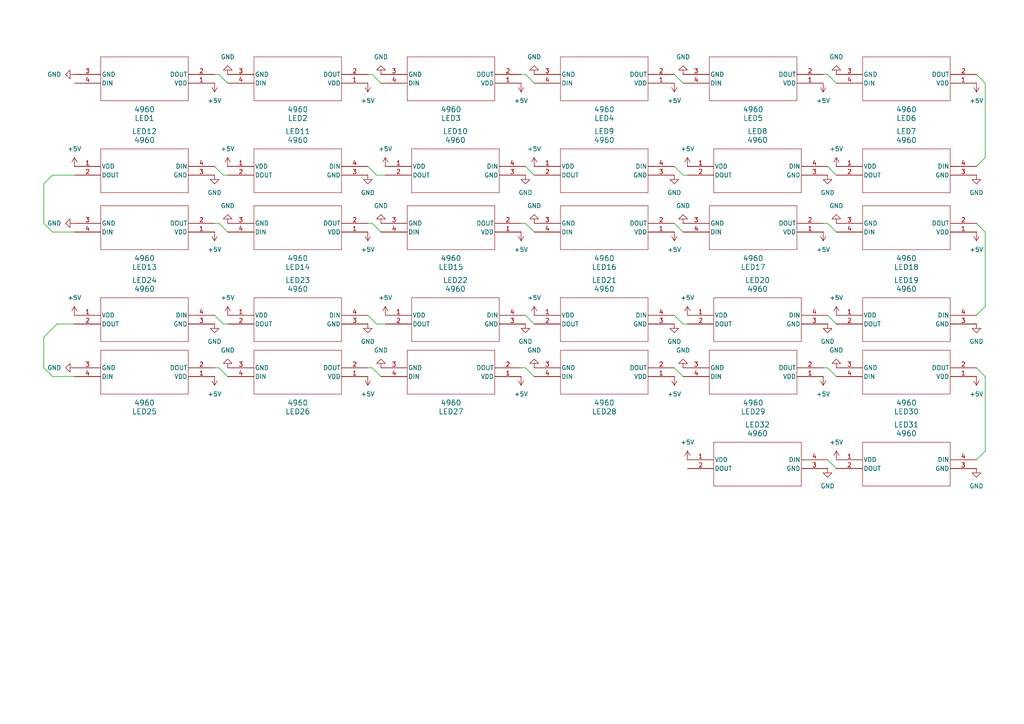
<source format=kicad_sch>
(kicad_sch (version 20250114) (generator "eeschema") (generator_version "9.0")
  (paper "A4")
  (lib_symbols
    (symbol "leds:4960" (pin_names (offset 0.254))
      (property "Reference" "LED" (at 20.32 10.16 0))
      (property "Value" "4960" (at 20.32 7.62 0))
      (symbol "4960_0_1"
        (polyline (pts (xy 7.62 5.08) (xy 7.62 -7.62)) (stroke (width 0.127)))
        (polyline (pts (xy 7.62 -7.62) (xy 33.02 -7.62)) (stroke (width 0.127)))
        (polyline (pts (xy 33.02 5.08) (xy 7.62 5.08)) (stroke (width 0.127)))
        (polyline (pts (xy 33.02 -7.62) (xy 33.02 5.08)) (stroke (width 0.127)))
        (pin power_in line (at 0 0 0) (length 7.62) (name "VDD") (number "1"))
        (pin output line (at 0 -2.54 0) (length 7.62) (name "DOUT") (number "2"))
        (pin input line (at 40.64 0 180) (length 7.62) (name "DIN") (number "4"))
        (pin power_out line (at 40.64 -2.54 180) (length 7.62) (name "GND") (number "3"))
      )
    )
    (symbol "power:+5V" (power) (pin_numbers (hide yes)) (pin_names (offset 0) (hide yes))
      (property "Value" "+5V" (at 0 3.556 0))
      (symbol "+5V_0_1"
        (polyline (pts (xy -0.762 1.27) (xy 0 2.54)))
        (polyline (pts (xy 0 2.54) (xy 0.762 1.27)))
        (polyline (pts (xy 0 0) (xy 0 2.54)))
      )
      (symbol "+5V_1_1"
        (pin power_in line (at 0 0 90) (length 0) (name "~") (number "1"))
      )
    )
    (symbol "power:GND" (power) (pin_numbers (hide yes)) (pin_names (offset 0) (hide yes))
      (property "Value" "GND" (at 0 -3.81 0))
      (symbol "GND_0_1"
        (polyline (pts (xy 0 0) (xy 0 -1.27) (xy 1.27 -1.27) (xy 0 -2.54) (xy -1.27 -1.27) (xy 0 -1.27)))
      )
      (symbol "GND_1_1"
        (pin power_in line (at 0 0 270) (length 0) (name "~") (number "1"))
      )
    )
  )
  (wire (pts (xy 15.24 50.8) (xy 12.7 53.34)))
  (wire (pts (xy 66.04 50.8) (xy 64.77 50.8)))
  (wire (pts (xy 195.58 64.77) (xy 198.12 67.31)))
  (wire (pts (xy 12.7 53.34) (xy 12.7 64.77)))
  (wire (pts (xy 63.5 64.77) (xy 66.04 67.31)))
  (wire (pts (xy 285.75 130.81) (xy 283.21 133.35)))
  (wire (pts (xy 12.7 106.68) (xy 15.24 109.22)))
  (wire (pts (xy 240.03 64.77) (xy 242.57 67.31)))
  (wire (pts (xy 285.75 109.22) (xy 285.75 130.81)))
  (wire (pts (xy 151.13 21.59) (xy 152.4 21.59)))
  (wire (pts (xy 238.76 64.77) (xy 240.03 64.77)))
  (wire (pts (xy 285.75 88.9) (xy 283.21 91.44)))
  (wire (pts (xy 152.4 64.77) (xy 154.94 67.31)))
  (wire (pts (xy 106.68 48.26) (xy 109.22 50.8)))
  (wire (pts (xy 242.57 50.8) (xy 240.03 48.26)))
  (wire (pts (xy 151.13 106.68) (xy 152.4 106.68)))
  (wire (pts (xy 64.77 50.8) (xy 62.23 48.26)))
  (wire (pts (xy 152.4 21.59) (xy 154.94 24.13)))
  (wire (pts (xy 66.04 93.98) (xy 64.77 93.98)))
  (wire (pts (xy 240.03 21.59) (xy 242.57 24.13)))
  (wire (pts (xy 285.75 24.13) (xy 285.75 45.72)))
  (wire (pts (xy 107.95 64.77) (xy 110.49 67.31)))
  (wire (pts (xy 62.23 106.68) (xy 63.5 106.68)))
  (wire (pts (xy 62.23 64.77) (xy 63.5 64.77)))
  (wire (pts (xy 106.68 91.44) (xy 109.22 93.98)))
  (wire (pts (xy 62.23 21.59) (xy 63.5 21.59)))
  (wire (pts (xy 242.57 135.89) (xy 240.03 133.35)))
  (wire (pts (xy 151.13 64.77) (xy 152.4 64.77)))
  (wire (pts (xy 154.94 93.98) (xy 152.4 91.44)))
  (wire (pts (xy 106.68 21.59) (xy 107.95 21.59)))
  (wire (pts (xy 21.59 93.98) (xy 16.51 93.98)))
  (wire (pts (xy 238.76 106.68) (xy 240.03 106.68)))
  (wire (pts (xy 21.59 50.8) (xy 15.24 50.8)))
  (wire (pts (xy 15.24 109.22) (xy 21.59 109.22)))
  (wire (pts (xy 152.4 106.68) (xy 154.94 109.22)))
  (wire (pts (xy 12.7 97.79) (xy 12.7 106.68)))
  (wire (pts (xy 63.5 21.59) (xy 66.04 24.13)))
  (wire (pts (xy 238.76 21.59) (xy 240.03 21.59)))
  (wire (pts (xy 198.12 93.98) (xy 195.58 91.44)))
  (wire (pts (xy 63.5 106.68) (xy 66.04 109.22)))
  (wire (pts (xy 283.21 21.59) (xy 285.75 24.13)))
  (wire (pts (xy 106.68 64.77) (xy 107.95 64.77)))
  (wire (pts (xy 195.58 106.68) (xy 198.12 109.22)))
  (wire (pts (xy 107.95 106.68) (xy 110.49 109.22)))
  (wire (pts (xy 240.03 106.68) (xy 242.57 109.22)))
  (wire (pts (xy 16.51 93.98) (xy 12.7 97.79)))
  (wire (pts (xy 15.24 67.31) (xy 21.59 67.31)))
  (wire (pts (xy 111.76 50.8) (xy 109.22 50.8)))
  (wire (pts (xy 285.75 67.31) (xy 285.75 88.9)))
  (wire (pts (xy 283.21 64.77) (xy 285.75 67.31)))
  (wire (pts (xy 199.39 50.8) (xy 198.12 50.8)))
  (wire (pts (xy 107.95 21.59) (xy 110.49 24.13)))
  (wire (pts (xy 199.39 93.98) (xy 198.12 93.98)))
  (wire (pts (xy 242.57 93.98) (xy 240.03 91.44)))
  (wire (pts (xy 283.21 106.68) (xy 285.75 109.22)))
  (wire (pts (xy 195.58 21.59) (xy 198.12 24.13)))
  (wire (pts (xy 154.94 50.8) (xy 152.4 48.26)))
  (wire (pts (xy 106.68 106.68) (xy 107.95 106.68)))
  (wire (pts (xy 64.77 93.98) (xy 62.23 91.44)))
  (wire (pts (xy 285.75 45.72) (xy 283.21 48.26)))
  (wire (pts (xy 12.7 64.77) (xy 15.24 67.31)))
  (wire (pts (xy 111.76 93.98) (xy 109.22 93.98)))
  (wire (pts (xy 198.12 50.8) (xy 195.58 48.26)))
  (symbol (lib_id "power:GND") (at 154.94 106.68 180) (unit 1)
    (property "Reference" "#PWR094" (effects (hide yes)))
    (property "Value" "GND" (at 154.94 101.6 0))
    (property "Description" "Power symbol creates a global label with name \"GND\" , ground" (effects (hide yes)))
  )
  (symbol (lib_id "leds:4960") (at 21.59 91.44 0) (unit 1)
    (property "Reference" "LED24" (at 41.91 81.28 0) (effects (font (size 1.524 1.524))))
    (property "Value" "4960" (at 41.91 83.82 0) (effects (font (size 1.524 1.524))))
    (property "Footprint" "Custom Lib:4960_ADA" (effects (hide yes)))
    (property "Datasheet" "4960" (effects (hide yes)))
  )
  (symbol (lib_id "power:+5V") (at 238.76 24.13 180) (unit 1)
    (property "Reference" "#PWR053" (effects (hide yes)))
    (property "Value" "+5V" (at 238.76 29.21 0))
    (property "Description" "Power symbol creates a global label with name \"+5V\"" (effects (hide yes)))
  )
  (symbol (lib_id "power:GND") (at 21.59 21.59 270) (unit 1)
    (property "Reference" "#PWR043" (effects (hide yes)))
    (property "Value" "GND" (at 17.78 21.5901 90) (effects (justify right)))
    (property "Description" "Power symbol creates a global label with name \"GND\" , ground" (effects (hide yes)))
  )
  (symbol (lib_id "leds:4960") (at 106.68 67.31 180) (unit 1)
    (property "Reference" "LED14" (at 86.36 77.47 0) (effects (font (size 1.524 1.524))))
    (property "Value" "4960" (at 86.36 74.93 0) (effects (font (size 1.524 1.524))))
    (property "Footprint" "Custom Lib:4960_ADA" (effects (hide yes)))
    (property "Datasheet" "4960" (effects (hide yes)))
  )
  (symbol (lib_id "power:+5V") (at 151.13 24.13 180) (unit 1)
    (property "Reference" "#PWR051" (effects (hide yes)))
    (property "Value" "+5V" (at 151.13 29.21 0))
    (property "Description" "Power symbol creates a global label with name \"+5V\"" (effects (hide yes)))
  )
  (symbol (lib_id "power:GND") (at 62.23 93.98 0) (unit 1)
    (property "Reference" "#PWR085" (effects (hide yes)))
    (property "Value" "GND" (at 62.23 99.06 0))
    (property "Description" "Power symbol creates a global label with name \"GND\" , ground" (effects (hide yes)))
  )
  (symbol (lib_id "power:+5V") (at 106.68 67.31 180) (unit 1)
    (property "Reference" "#PWR074" (effects (hide yes)))
    (property "Value" "+5V" (at 106.68 72.39 0))
    (property "Description" "Power symbol creates a global label with name \"+5V\"" (effects (hide yes)))
  )
  (symbol (lib_id "leds:4960") (at 238.76 109.22 180) (unit 1)
    (property "Reference" "LED29" (at 218.44 119.38 0) (effects (font (size 1.524 1.524))))
    (property "Value" "4960" (at 218.44 116.84 0) (effects (font (size 1.524 1.524))))
    (property "Footprint" "Custom Lib:4960_ADA" (effects (hide yes)))
    (property "Datasheet" "4960" (effects (hide yes)))
  )
  (symbol (lib_id "leds:4960") (at 154.94 91.44 0) (unit 1)
    (property "Reference" "LED21" (at 175.26 81.28 0) (effects (font (size 1.524 1.524))))
    (property "Value" "4960" (at 175.26 83.82 0) (effects (font (size 1.524 1.524))))
    (property "Footprint" "Custom Lib:4960_ADA" (effects (hide yes)))
    (property "Datasheet" "4960" (effects (hide yes)))
  )
  (symbol (lib_id "leds:4960") (at 62.23 109.22 180) (unit 1)
    (property "Reference" "LED25" (at 41.91 119.38 0) (effects (font (size 1.524 1.524))))
    (property "Value" "4960" (at 41.91 116.84 0) (effects (font (size 1.524 1.524))))
    (property "Footprint" "Custom Lib:4960_ADA" (effects (hide yes)))
    (property "Datasheet" "4960" (effects (hide yes)))
  )
  (symbol (lib_id "leds:4960") (at 154.94 48.26 0) (unit 1)
    (property "Reference" "LED9" (at 175.26 38.1 0) (effects (font (size 1.524 1.524))))
    (property "Value" "4960" (at 175.26 40.64 0) (effects (font (size 1.524 1.524))))
    (property "Footprint" "Custom Lib:4960_ADA" (effects (hide yes)))
    (property "Datasheet" "4960" (effects (hide yes)))
  )
  (symbol (lib_id "power:GND") (at 240.03 50.8 0) (unit 1)
    (property "Reference" "#PWR065" (effects (hide yes)))
    (property "Value" "GND" (at 240.03 55.88 0))
    (property "Description" "Power symbol creates a global label with name \"GND\" , ground" (effects (hide yes)))
  )
  (symbol (lib_id "power:GND") (at 198.12 64.77 180) (unit 1)
    (property "Reference" "#PWR071" (effects (hide yes)))
    (property "Value" "GND" (at 198.12 59.69 0))
    (property "Description" "Power symbol creates a global label with name \"GND\" , ground" (effects (hide yes)))
  )
  (symbol (lib_id "leds:4960") (at 195.58 109.22 180) (unit 1)
    (property "Reference" "LED28" (at 175.26 119.38 0) (effects (font (size 1.524 1.524))))
    (property "Value" "4960" (at 175.26 116.84 0) (effects (font (size 1.524 1.524))))
    (property "Footprint" "Custom Lib:4960_ADA" (effects (hide yes)))
    (property "Datasheet" "4960" (effects (hide yes)))
  )
  (symbol (lib_id "power:+5V") (at 151.13 67.31 180) (unit 1)
    (property "Reference" "#PWR075" (effects (hide yes)))
    (property "Value" "+5V" (at 151.13 72.39 0))
    (property "Description" "Power symbol creates a global label with name \"+5V\"" (effects (hide yes)))
  )
  (symbol (lib_id "power:GND") (at 283.21 93.98 0) (unit 1)
    (property "Reference" "#PWR090" (effects (hide yes)))
    (property "Value" "GND" (at 283.21 99.06 0))
    (property "Description" "Power symbol creates a global label with name \"GND\" , ground" (effects (hide yes)))
  )
  (symbol (lib_id "leds:4960") (at 199.39 133.35 0) (unit 1)
    (property "Reference" "LED32" (at 219.71 123.19 0) (effects (font (size 1.524 1.524))))
    (property "Value" "4960" (at 219.71 125.73 0) (effects (font (size 1.524 1.524))))
    (property "Footprint" "Custom Lib:4960_ADA" (effects (hide yes)))
    (property "Datasheet" "4960" (effects (hide yes)))
  )
  (symbol (lib_id "power:GND") (at 240.03 135.89 0) (unit 1)
    (property "Reference" "#PWR0105" (effects (hide yes)))
    (property "Value" "GND" (at 240.03 140.97 0))
    (property "Description" "Power symbol creates a global label with name \"GND\" , ground" (effects (hide yes)))
  )
  (symbol (lib_id "leds:4960") (at 66.04 48.26 0) (unit 1)
    (property "Reference" "LED11" (at 86.36 38.1 0) (effects (font (size 1.524 1.524))))
    (property "Value" "4960" (at 86.36 40.64 0) (effects (font (size 1.524 1.524))))
    (property "Footprint" "Custom Lib:4960_ADA" (effects (hide yes)))
    (property "Datasheet" "4960" (effects (hide yes)))
  )
  (symbol (lib_id "power:GND") (at 198.12 106.68 180) (unit 1)
    (property "Reference" "#PWR095" (effects (hide yes)))
    (property "Value" "GND" (at 198.12 101.6 0))
    (property "Description" "Power symbol creates a global label with name \"GND\" , ground" (effects (hide yes)))
  )
  (symbol (lib_id "power:+5V") (at 21.59 48.26 0) (unit 1)
    (property "Reference" "#PWR055" (effects (hide yes)))
    (property "Value" "+5V" (at 21.59 43.18 0))
    (property "Description" "Power symbol creates a global label with name \"+5V\"" (effects (hide yes)))
  )
  (symbol (lib_id "power:+5V") (at 66.04 48.26 0) (unit 1)
    (property "Reference" "#PWR056" (effects (hide yes)))
    (property "Value" "+5V" (at 66.04 43.18 0))
    (property "Description" "Power symbol creates a global label with name \"+5V\"" (effects (hide yes)))
  )
  (symbol (lib_id "power:GND") (at 62.23 50.8 0) (unit 1)
    (property "Reference" "#PWR061" (effects (hide yes)))
    (property "Value" "GND" (at 62.23 55.88 0))
    (property "Description" "Power symbol creates a global label with name \"GND\" , ground" (effects (hide yes)))
  )
  (symbol (lib_id "power:+5V") (at 242.57 133.35 0) (unit 1)
    (property "Reference" "#PWR0104" (effects (hide yes)))
    (property "Value" "+5V" (at 242.57 128.27 0))
    (property "Description" "Power symbol creates a global label with name \"+5V\"" (effects (hide yes)))
  )
  (symbol (lib_id "power:GND") (at 152.4 50.8 0) (unit 1)
    (property "Reference" "#PWR063" (effects (hide yes)))
    (property "Value" "GND" (at 152.4 55.88 0))
    (property "Description" "Power symbol creates a global label with name \"GND\" , ground" (effects (hide yes)))
  )
  (symbol (lib_id "power:+5V") (at 283.21 24.13 180) (unit 1)
    (property "Reference" "#PWR054" (effects (hide yes)))
    (property "Value" "+5V" (at 283.21 29.21 0))
    (property "Description" "Power symbol creates a global label with name \"+5V\"" (effects (hide yes)))
  )
  (symbol (lib_id "leds:4960") (at 242.57 48.26 0) (unit 1)
    (property "Reference" "LED7" (at 262.89 38.1 0) (effects (font (size 1.524 1.524))))
    (property "Value" "4960" (at 262.89 40.64 0) (effects (font (size 1.524 1.524))))
    (property "Footprint" "Custom Lib:4960_ADA" (effects (hide yes)))
    (property "Datasheet" "4960" (effects (hide yes)))
  )
  (symbol (lib_id "power:+5V") (at 199.39 48.26 0) (unit 1)
    (property "Reference" "#PWR059" (effects (hide yes)))
    (property "Value" "+5V" (at 199.39 43.18 0))
    (property "Description" "Power symbol creates a global label with name \"+5V\"" (effects (hide yes)))
  )
  (symbol (lib_id "power:GND") (at 21.59 64.77 270) (unit 1)
    (property "Reference" "#PWR067" (effects (hide yes)))
    (property "Value" "GND" (at 17.78 64.7701 90) (effects (justify right)))
    (property "Description" "Power symbol creates a global label with name \"GND\" , ground" (effects (hide yes)))
  )
  (symbol (lib_id "power:+5V") (at 199.39 133.35 0) (unit 1)
    (property "Reference" "#PWR0103" (effects (hide yes)))
    (property "Value" "+5V" (at 199.39 128.27 0))
    (property "Description" "Power symbol creates a global label with name \"+5V\"" (effects (hide yes)))
  )
  (symbol (lib_id "power:GND") (at 66.04 21.59 180) (unit 1)
    (property "Reference" "#PWR044" (effects (hide yes)))
    (property "Value" "GND" (at 66.04 16.51 0))
    (property "Description" "Power symbol creates a global label with name \"GND\" , ground" (effects (hide yes)))
  )
  (symbol (lib_id "leds:4960") (at 62.23 24.13 180) (unit 1)
    (property "Reference" "LED1" (at 41.91 34.29 0) (effects (font (size 1.524 1.524))))
    (property "Value" "4960" (at 41.91 31.75 0) (effects (font (size 1.524 1.524))))
    (property "Footprint" "Custom Lib:4960_ADA" (effects (hide yes)))
    (property "Datasheet" "4960" (effects (hide yes)))
  )
  (symbol (lib_id "leds:4960") (at 242.57 91.44 0) (unit 1)
    (property "Reference" "LED19" (at 262.89 81.28 0) (effects (font (size 1.524 1.524))))
    (property "Value" "4960" (at 262.89 83.82 0) (effects (font (size 1.524 1.524))))
    (property "Footprint" "Custom Lib:4960_ADA" (effects (hide yes)))
    (property "Datasheet" "4960" (effects (hide yes)))
  )
  (symbol (lib_id "leds:4960") (at 111.76 91.44 0) (unit 1)
    (property "Reference" "LED22" (at 132.08 81.28 0) (effects (font (size 1.524 1.524))))
    (property "Value" "4960" (at 132.08 83.82 0) (effects (font (size 1.524 1.524))))
    (property "Footprint" "Custom Lib:4960_ADA" (effects (hide yes)))
    (property "Datasheet" "4960" (effects (hide yes)))
  )
  (symbol (lib_id "power:GND") (at 198.12 21.59 180) (unit 1)
    (property "Reference" "#PWR047" (effects (hide yes)))
    (property "Value" "GND" (at 198.12 16.51 0))
    (property "Description" "Power symbol creates a global label with name \"GND\" , ground" (effects (hide yes)))
  )
  (symbol (lib_id "leds:4960") (at 106.68 109.22 180) (unit 1)
    (property "Reference" "LED26" (at 86.36 119.38 0) (effects (font (size 1.524 1.524))))
    (property "Value" "4960" (at 86.36 116.84 0) (effects (font (size 1.524 1.524))))
    (property "Footprint" "Custom Lib:4960_ADA" (effects (hide yes)))
    (property "Datasheet" "4960" (effects (hide yes)))
  )
  (symbol (lib_id "power:+5V") (at 106.68 24.13 180) (unit 1)
    (property "Reference" "#PWR050" (effects (hide yes)))
    (property "Value" "+5V" (at 106.68 29.21 0))
    (property "Description" "Power symbol creates a global label with name \"+5V\"" (effects (hide yes)))
  )
  (symbol (lib_id "power:+5V") (at 199.39 91.44 0) (unit 1)
    (property "Reference" "#PWR083" (effects (hide yes)))
    (property "Value" "+5V" (at 199.39 86.36 0))
    (property "Description" "Power symbol creates a global label with name \"+5V\"" (effects (hide yes)))
  )
  (symbol (lib_id "leds:4960") (at 283.21 24.13 180) (unit 1)
    (property "Reference" "LED6" (at 262.89 34.29 0) (effects (font (size 1.524 1.524))))
    (property "Value" "4960" (at 262.89 31.75 0) (effects (font (size 1.524 1.524))))
    (property "Footprint" "Custom Lib:4960_ADA" (effects (hide yes)))
    (property "Datasheet" "4960" (effects (hide yes)))
  )
  (symbol (lib_id "power:GND") (at 110.49 106.68 180) (unit 1)
    (property "Reference" "#PWR093" (effects (hide yes)))
    (property "Value" "GND" (at 110.49 101.6 0))
    (property "Description" "Power symbol creates a global label with name \"GND\" , ground" (effects (hide yes)))
  )
  (symbol (lib_id "power:+5V") (at 195.58 67.31 180) (unit 1)
    (property "Reference" "#PWR076" (effects (hide yes)))
    (property "Value" "+5V" (at 195.58 72.39 0))
    (property "Description" "Power symbol creates a global label with name \"+5V\"" (effects (hide yes)))
  )
  (symbol (lib_id "leds:4960") (at 199.39 91.44 0) (unit 1)
    (property "Reference" "LED20" (at 219.71 81.28 0) (effects (font (size 1.524 1.524))))
    (property "Value" "4960" (at 219.71 83.82 0) (effects (font (size 1.524 1.524))))
    (property "Footprint" "Custom Lib:4960_ADA" (effects (hide yes)))
    (property "Datasheet" "4960" (effects (hide yes)))
  )
  (symbol (lib_id "power:GND") (at 154.94 64.77 180) (unit 1)
    (property "Reference" "#PWR070" (effects (hide yes)))
    (property "Value" "GND" (at 154.94 59.69 0))
    (property "Description" "Power symbol creates a global label with name \"GND\" , ground" (effects (hide yes)))
  )
  (symbol (lib_id "leds:4960") (at 195.58 67.31 180) (unit 1)
    (property "Reference" "LED16" (at 175.26 77.47 0) (effects (font (size 1.524 1.524))))
    (property "Value" "4960" (at 175.26 74.93 0) (effects (font (size 1.524 1.524))))
    (property "Footprint" "Custom Lib:4960_ADA" (effects (hide yes)))
    (property "Datasheet" "4960" (effects (hide yes)))
  )
  (symbol (lib_id "power:+5V") (at 154.94 48.26 0) (unit 1)
    (property "Reference" "#PWR058" (effects (hide yes)))
    (property "Value" "+5V" (at 154.94 43.18 0))
    (property "Description" "Power symbol creates a global label with name \"+5V\"" (effects (hide yes)))
  )
  (symbol (lib_id "leds:4960") (at 283.21 109.22 180) (unit 1)
    (property "Reference" "LED30" (at 262.89 119.38 0) (effects (font (size 1.524 1.524))))
    (property "Value" "4960" (at 262.89 116.84 0) (effects (font (size 1.524 1.524))))
    (property "Footprint" "Custom Lib:4960_ADA" (effects (hide yes)))
    (property "Datasheet" "4960" (effects (hide yes)))
  )
  (symbol (lib_id "leds:4960") (at 62.23 67.31 180) (unit 1)
    (property "Reference" "LED13" (at 41.91 77.47 0) (effects (font (size 1.524 1.524))))
    (property "Value" "4960" (at 41.91 74.93 0) (effects (font (size 1.524 1.524))))
    (property "Footprint" "Custom Lib:4960_ADA" (effects (hide yes)))
    (property "Datasheet" "4960" (effects (hide yes)))
  )
  (symbol (lib_id "leds:4960") (at 151.13 67.31 180) (unit 1)
    (property "Reference" "LED15" (at 130.81 77.47 0) (effects (font (size 1.524 1.524))))
    (property "Value" "4960" (at 130.81 74.93 0) (effects (font (size 1.524 1.524))))
    (property "Footprint" "Custom Lib:4960_ADA" (effects (hide yes)))
    (property "Datasheet" "4960" (effects (hide yes)))
  )
  (symbol (lib_id "power:GND") (at 195.58 50.8 0) (unit 1)
    (property "Reference" "#PWR064" (effects (hide yes)))
    (property "Value" "GND" (at 195.58 55.88 0))
    (property "Description" "Power symbol creates a global label with name \"GND\" , ground" (effects (hide yes)))
  )
  (symbol (lib_id "power:GND") (at 242.57 106.68 180) (unit 1)
    (property "Reference" "#PWR096" (effects (hide yes)))
    (property "Value" "GND" (at 242.57 101.6 0))
    (property "Description" "Power symbol creates a global label with name \"GND\" , ground" (effects (hide yes)))
  )
  (symbol (lib_id "power:+5V") (at 238.76 109.22 180) (unit 1)
    (property "Reference" "#PWR0101" (effects (hide yes)))
    (property "Value" "+5V" (at 238.76 114.3 0))
    (property "Description" "Power symbol creates a global label with name \"+5V\"" (effects (hide yes)))
  )
  (symbol (lib_id "power:GND") (at 242.57 64.77 180) (unit 1)
    (property "Reference" "#PWR072" (effects (hide yes)))
    (property "Value" "GND" (at 242.57 59.69 0))
    (property "Description" "Power symbol creates a global label with name \"GND\" , ground" (effects (hide yes)))
  )
  (symbol (lib_id "power:+5V") (at 283.21 67.31 180) (unit 1)
    (property "Reference" "#PWR078" (effects (hide yes)))
    (property "Value" "+5V" (at 283.21 72.39 0))
    (property "Description" "Power symbol creates a global label with name \"+5V\"" (effects (hide yes)))
  )
  (symbol (lib_id "leds:4960") (at 106.68 24.13 180) (unit 1)
    (property "Reference" "LED2" (at 86.36 34.29 0) (effects (font (size 1.524 1.524))))
    (property "Value" "4960" (at 86.36 31.75 0) (effects (font (size 1.524 1.524))))
    (property "Footprint" "Custom Lib:4960_ADA" (effects (hide yes)))
    (property "Datasheet" "4960" (effects (hide yes)))
  )
  (symbol (lib_id "leds:4960") (at 238.76 67.31 180) (unit 1)
    (property "Reference" "LED17" (at 218.44 77.47 0) (effects (font (size 1.524 1.524))))
    (property "Value" "4960" (at 218.44 74.93 0) (effects (font (size 1.524 1.524))))
    (property "Footprint" "Custom Lib:4960_ADA" (effects (hide yes)))
    (property "Datasheet" "4960" (effects (hide yes)))
  )
  (symbol (lib_id "power:+5V") (at 111.76 91.44 0) (unit 1)
    (property "Reference" "#PWR081" (effects (hide yes)))
    (property "Value" "+5V" (at 111.76 86.36 0))
    (property "Description" "Power symbol creates a global label with name \"+5V\"" (effects (hide yes)))
  )
  (symbol (lib_id "leds:4960") (at 151.13 24.13 180) (unit 1)
    (property "Reference" "LED3" (at 130.81 34.29 0) (effects (font (size 1.524 1.524))))
    (property "Value" "4960" (at 130.81 31.75 0) (effects (font (size 1.524 1.524))))
    (property "Footprint" "Custom Lib:4960_ADA" (effects (hide yes)))
    (property "Datasheet" "4960" (effects (hide yes)))
  )
  (symbol (lib_id "power:GND") (at 154.94 21.59 180) (unit 1)
    (property "Reference" "#PWR046" (effects (hide yes)))
    (property "Value" "GND" (at 154.94 16.51 0))
    (property "Description" "Power symbol creates a global label with name \"GND\" , ground" (effects (hide yes)))
  )
  (symbol (lib_id "leds:4960") (at 111.76 48.26 0) (unit 1)
    (property "Reference" "LED10" (at 132.08 38.1 0) (effects (font (size 1.524 1.524))))
    (property "Value" "4960" (at 132.08 40.64 0) (effects (font (size 1.524 1.524))))
    (property "Footprint" "Custom Lib:4960_ADA" (effects (hide yes)))
    (property "Datasheet" "4960" (effects (hide yes)))
  )
  (symbol (lib_id "power:+5V") (at 238.76 67.31 180) (unit 1)
    (property "Reference" "#PWR077" (effects (hide yes)))
    (property "Value" "+5V" (at 238.76 72.39 0))
    (property "Description" "Power symbol creates a global label with name \"+5V\"" (effects (hide yes)))
  )
  (symbol (lib_id "leds:4960") (at 283.21 67.31 180) (unit 1)
    (property "Reference" "LED18" (at 262.89 77.47 0) (effects (font (size 1.524 1.524))))
    (property "Value" "4960" (at 262.89 74.93 0) (effects (font (size 1.524 1.524))))
    (property "Footprint" "Custom Lib:4960_ADA" (effects (hide yes)))
    (property "Datasheet" "4960" (effects (hide yes)))
  )
  (symbol (lib_id "power:+5V") (at 242.57 48.26 0) (unit 1)
    (property "Reference" "#PWR060" (effects (hide yes)))
    (property "Value" "+5V" (at 242.57 43.18 0))
    (property "Description" "Power symbol creates a global label with name \"+5V\"" (effects (hide yes)))
  )
  (symbol (lib_id "power:+5V") (at 283.21 109.22 180) (unit 1)
    (property "Reference" "#PWR0102" (effects (hide yes)))
    (property "Value" "+5V" (at 283.21 114.3 0))
    (property "Description" "Power symbol creates a global label with name \"+5V\"" (effects (hide yes)))
  )
  (symbol (lib_id "power:+5V") (at 154.94 91.44 0) (unit 1)
    (property "Reference" "#PWR082" (effects (hide yes)))
    (property "Value" "+5V" (at 154.94 86.36 0))
    (property "Description" "Power symbol creates a global label with name \"+5V\"" (effects (hide yes)))
  )
  (symbol (lib_id "power:GND") (at 240.03 93.98 0) (unit 1)
    (property "Reference" "#PWR089" (effects (hide yes)))
    (property "Value" "GND" (at 240.03 99.06 0))
    (property "Description" "Power symbol creates a global label with name \"GND\" , ground" (effects (hide yes)))
  )
  (symbol (lib_id "power:GND") (at 242.57 21.59 180) (unit 1)
    (property "Reference" "#PWR048" (effects (hide yes)))
    (property "Value" "GND" (at 242.57 16.51 0))
    (property "Description" "Power symbol creates a global label with name \"GND\" , ground" (effects (hide yes)))
  )
  (symbol (lib_id "power:GND") (at 152.4 93.98 0) (unit 1)
    (property "Reference" "#PWR087" (effects (hide yes)))
    (property "Value" "GND" (at 152.4 99.06 0))
    (property "Description" "Power symbol creates a global label with name \"GND\" , ground" (effects (hide yes)))
  )
  (symbol (lib_id "leds:4960") (at 21.59 48.26 0) (unit 1)
    (property "Reference" "LED12" (at 41.91 38.1 0) (effects (font (size 1.524 1.524))))
    (property "Value" "4960" (at 41.91 40.64 0) (effects (font (size 1.524 1.524))))
    (property "Footprint" "Custom Lib:4960_ADA" (effects (hide yes)))
    (property "Datasheet" "4960" (effects (hide yes)))
  )
  (symbol (lib_id "power:+5V") (at 195.58 24.13 180) (unit 1)
    (property "Reference" "#PWR052" (effects (hide yes)))
    (property "Value" "+5V" (at 195.58 29.21 0))
    (property "Description" "Power symbol creates a global label with name \"+5V\"" (effects (hide yes)))
  )
  (symbol (lib_id "power:+5V") (at 62.23 109.22 180) (unit 1)
    (property "Reference" "#PWR097" (effects (hide yes)))
    (property "Value" "+5V" (at 62.23 114.3 0))
    (property "Description" "Power symbol creates a global label with name \"+5V\"" (effects (hide yes)))
  )
  (symbol (lib_id "power:GND") (at 66.04 64.77 180) (unit 1)
    (property "Reference" "#PWR068" (effects (hide yes)))
    (property "Value" "GND" (at 66.04 59.69 0))
    (property "Description" "Power symbol creates a global label with name \"GND\" , ground" (effects (hide yes)))
  )
  (symbol (lib_id "power:GND") (at 283.21 50.8 0) (unit 1)
    (property "Reference" "#PWR066" (effects (hide yes)))
    (property "Value" "GND" (at 283.21 55.88 0))
    (property "Description" "Power symbol creates a global label with name \"GND\" , ground" (effects (hide yes)))
  )
  (symbol (lib_id "power:+5V") (at 242.57 91.44 0) (unit 1)
    (property "Reference" "#PWR084" (effects (hide yes)))
    (property "Value" "+5V" (at 242.57 86.36 0))
    (property "Description" "Power symbol creates a global label with name \"+5V\"" (effects (hide yes)))
  )
  (symbol (lib_id "power:GND") (at 195.58 93.98 0) (unit 1)
    (property "Reference" "#PWR088" (effects (hide yes)))
    (property "Value" "GND" (at 195.58 99.06 0))
    (property "Description" "Power symbol creates a global label with name \"GND\" , ground" (effects (hide yes)))
  )
  (symbol (lib_id "leds:4960") (at 199.39 48.26 0) (unit 1)
    (property "Reference" "LED8" (at 219.71 38.1 0) (effects (font (size 1.524 1.524))))
    (property "Value" "4960" (at 219.71 40.64 0) (effects (font (size 1.524 1.524))))
    (property "Footprint" "Custom Lib:4960_ADA" (effects (hide yes)))
    (property "Datasheet" "4960" (effects (hide yes)))
  )
  (symbol (lib_id "power:+5V") (at 195.58 109.22 180) (unit 1)
    (property "Reference" "#PWR0100" (effects (hide yes)))
    (property "Value" "+5V" (at 195.58 114.3 0))
    (property "Description" "Power symbol creates a global label with name \"+5V\"" (effects (hide yes)))
  )
  (symbol (lib_id "power:GND") (at 66.04 106.68 180) (unit 1)
    (property "Reference" "#PWR092" (effects (hide yes)))
    (property "Value" "GND" (at 66.04 101.6 0))
    (property "Description" "Power symbol creates a global label with name \"GND\" , ground" (effects (hide yes)))
  )
  (symbol (lib_id "leds:4960") (at 66.04 91.44 0) (unit 1)
    (property "Reference" "LED23" (at 86.36 81.28 0) (effects (font (size 1.524 1.524))))
    (property "Value" "4960" (at 86.36 83.82 0) (effects (font (size 1.524 1.524))))
    (property "Footprint" "Custom Lib:4960_ADA" (effects (hide yes)))
    (property "Datasheet" "4960" (effects (hide yes)))
  )
  (symbol (lib_id "power:+5V") (at 62.23 67.31 180) (unit 1)
    (property "Reference" "#PWR073" (effects (hide yes)))
    (property "Value" "+5V" (at 62.23 72.39 0))
    (property "Description" "Power symbol creates a global label with name \"+5V\"" (effects (hide yes)))
  )
  (symbol (lib_id "leds:4960") (at 238.76 24.13 180) (unit 1)
    (property "Reference" "LED5" (at 218.44 34.29 0) (effects (font (size 1.524 1.524))))
    (property "Value" "4960" (at 218.44 31.75 0) (effects (font (size 1.524 1.524))))
    (property "Footprint" "Custom Lib:4960_ADA" (effects (hide yes)))
    (property "Datasheet" "4960" (effects (hide yes)))
  )
  (symbol (lib_id "leds:4960") (at 242.57 133.35 0) (unit 1)
    (property "Reference" "LED31" (at 262.89 123.19 0) (effects (font (size 1.524 1.524))))
    (property "Value" "4960" (at 262.89 125.73 0) (effects (font (size 1.524 1.524))))
    (property "Footprint" "Custom Lib:4960_ADA" (effects (hide yes)))
    (property "Datasheet" "4960" (effects (hide yes)))
  )
  (symbol (lib_id "power:+5V") (at 21.59 91.44 0) (unit 1)
    (property "Reference" "#PWR079" (effects (hide yes)))
    (property "Value" "+5V" (at 21.59 86.36 0))
    (property "Description" "Power symbol creates a global label with name \"+5V\"" (effects (hide yes)))
  )
  (symbol (lib_id "power:GND") (at 106.68 50.8 0) (unit 1)
    (property "Reference" "#PWR062" (effects (hide yes)))
    (property "Value" "GND" (at 106.68 55.88 0))
    (property "Description" "Power symbol creates a global label with name \"GND\" , ground" (effects (hide yes)))
  )
  (symbol (lib_id "power:GND") (at 21.59 106.68 270) (unit 1)
    (property "Reference" "#PWR091" (effects (hide yes)))
    (property "Value" "GND" (at 17.78 106.6801 90) (effects (justify right)))
    (property "Description" "Power symbol creates a global label with name \"GND\" , ground" (effects (hide yes)))
  )
  (symbol (lib_id "power:+5V") (at 66.04 91.44 0) (unit 1)
    (property "Reference" "#PWR080" (effects (hide yes)))
    (property "Value" "+5V" (at 66.04 86.36 0))
    (property "Description" "Power symbol creates a global label with name \"+5V\"" (effects (hide yes)))
  )
  (symbol (lib_id "leds:4960") (at 195.58 24.13 180) (unit 1)
    (property "Reference" "LED4" (at 175.26 34.29 0) (effects (font (size 1.524 1.524))))
    (property "Value" "4960" (at 175.26 31.75 0) (effects (font (size 1.524 1.524))))
    (property "Footprint" "Custom Lib:4960_ADA" (effects (hide yes)))
    (property "Datasheet" "4960" (effects (hide yes)))
  )
  (symbol (lib_id "leds:4960") (at 151.13 109.22 180) (unit 1)
    (property "Reference" "LED27" (at 130.81 119.38 0) (effects (font (size 1.524 1.524))))
    (property "Value" "4960" (at 130.81 116.84 0) (effects (font (size 1.524 1.524))))
    (property "Footprint" "Custom Lib:4960_ADA" (effects (hide yes)))
    (property "Datasheet" "4960" (effects (hide yes)))
  )
  (symbol (lib_id "power:+5V") (at 111.76 48.26 0) (unit 1)
    (property "Reference" "#PWR057" (effects (hide yes)))
    (property "Value" "+5V" (at 111.76 43.18 0))
    (property "Description" "Power symbol creates a global label with name \"+5V\"" (effects (hide yes)))
  )
  (symbol (lib_id "power:GND") (at 283.21 135.89 0) (unit 1)
    (property "Reference" "#PWR0106" (effects (hide yes)))
    (property "Value" "GND" (at 283.21 140.97 0))
    (property "Description" "Power symbol creates a global label with name \"GND\" , ground" (effects (hide yes)))
  )
  (symbol (lib_id "power:+5V") (at 151.13 109.22 180) (unit 1)
    (property "Reference" "#PWR099" (effects (hide yes)))
    (property "Value" "+5V" (at 151.13 114.3 0))
    (property "Description" "Power symbol creates a global label with name \"+5V\"" (effects (hide yes)))
  )
  (symbol (lib_id "power:GND") (at 106.68 93.98 0) (unit 1)
    (property "Reference" "#PWR086" (effects (hide yes)))
    (property "Value" "GND" (at 106.68 99.06 0))
    (property "Description" "Power symbol creates a global label with name \"GND\" , ground" (effects (hide yes)))
  )
  (symbol (lib_id "power:GND") (at 110.49 21.59 180) (unit 1)
    (property "Reference" "#PWR045" (effects (hide yes)))
    (property "Value" "GND" (at 110.49 16.51 0))
    (property "Description" "Power symbol creates a global label with name \"GND\" , ground" (effects (hide yes)))
  )
  (symbol (lib_id "power:+5V") (at 106.68 109.22 180) (unit 1)
    (property "Reference" "#PWR098" (effects (hide yes)))
    (property "Value" "+5V" (at 106.68 114.3 0))
    (property "Description" "Power symbol creates a global label with name \"+5V\"" (effects (hide yes)))
  )
  (symbol (lib_id "power:+5V") (at 62.23 24.13 180) (unit 1)
    (property "Reference" "#PWR049" (effects (hide yes)))
    (property "Value" "+5V" (at 62.23 29.21 0))
    (property "Description" "Power symbol creates a global label with name \"+5V\"" (effects (hide yes)))
  )
  (symbol (lib_id "power:GND") (at 110.49 64.77 180) (unit 1)
    (property "Reference" "#PWR069" (effects (hide yes)))
    (property "Value" "GND" (at 110.49 59.69 0))
    (property "Description" "Power symbol creates a global label with name \"GND\" , ground" (effects (hide yes)))
  )
)
</source>
